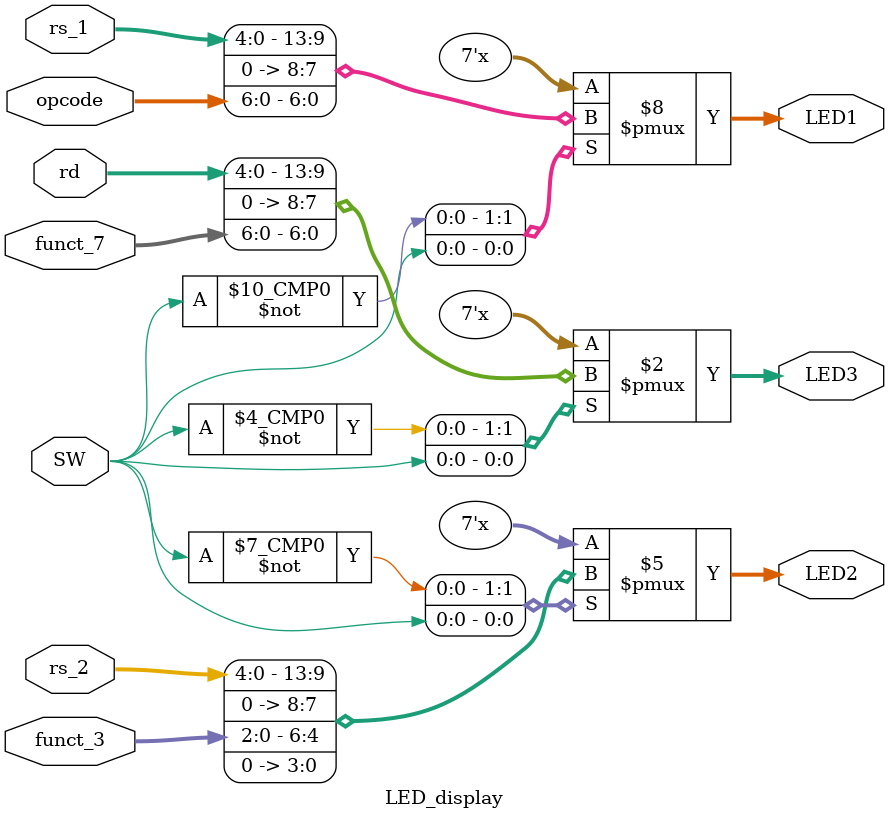
<source format=v>
`timescale 1ns / 1ps


module LED_display(SW,LED1,LED2,LED3,rs_1,rs_2,rd,funct_3,funct_7,opcode);
input SW;
input [4:0] rs_1,rs_2,rd;
input [2:0] funct_3;
input [6:0] funct_7,opcode;
output reg [6:0] LED1,LED2,LED3;
always @*
    case(SW)
    1'b0:
    begin
    LED1={rs_1,2'b0};
    LED2={rs_2,2'b0};
    LED3={rd,2'b0};
    end
    1'b1:
    begin
    LED1=opcode;
    LED2={funct_3,4'b0};
    LED3=funct_7;
    end
    endcase
    
endmodule

</source>
